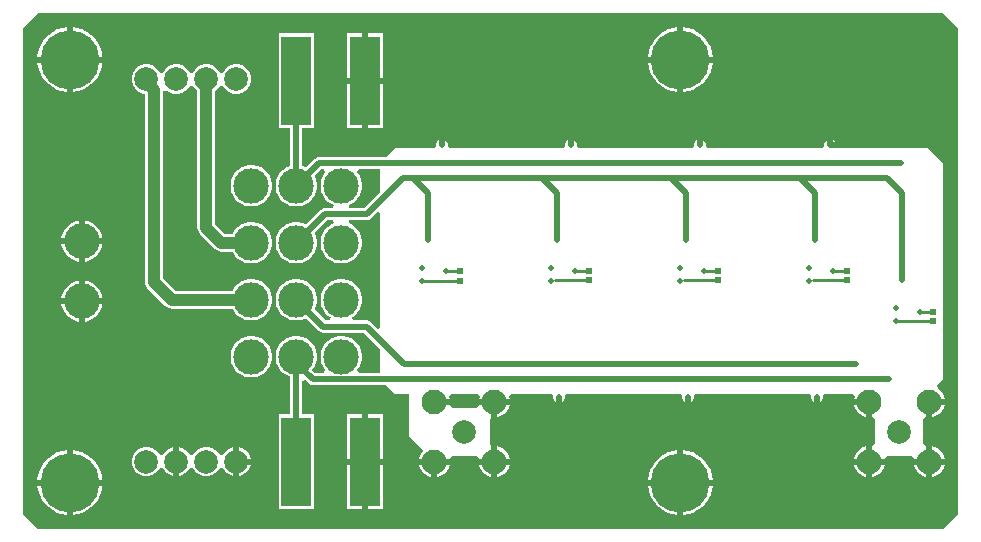
<source format=gbl>
G04*
G04 #@! TF.GenerationSoftware,Altium Limited,Altium Designer,22.10.1 (41)*
G04*
G04 Layer_Physical_Order=2*
G04 Layer_Color=16711680*
%FSLAX44Y44*%
%MOMM*%
G71*
G04*
G04 #@! TF.SameCoordinates,7D2A880A-0552-440C-8A1C-2383AA23BDA6*
G04*
G04*
G04 #@! TF.FilePolarity,Positive*
G04*
G01*
G75*
%ADD11C,0.2540*%
%ADD41C,0.5000*%
%ADD43C,0.5080*%
%ADD44C,1.0160*%
%ADD45C,3.0000*%
%ADD46C,5.0000*%
%ADD47C,2.0000*%
%ADD48C,2.1000*%
%ADD49C,0.5080*%
%ADD50R,2.5000X7.5000*%
%ADD51R,0.5200X0.5200*%
G36*
X751840Y384810D02*
Y-26670D01*
X739140Y-39370D01*
X-26670D01*
X-39370Y-26670D01*
Y384810D01*
X-26670Y397510D01*
X739140D01*
X751840Y384810D01*
D02*
G37*
%LPC*%
G36*
X519430Y385621D02*
Y360680D01*
X544371D01*
X543752Y364589D01*
X542412Y368712D01*
X540444Y372574D01*
X537896Y376081D01*
X534831Y379146D01*
X531324Y381694D01*
X527462Y383662D01*
X523339Y385002D01*
X519430Y385621D01*
D02*
G37*
G36*
X514350D02*
X510441Y385002D01*
X506318Y383662D01*
X502456Y381694D01*
X498949Y379146D01*
X495884Y376081D01*
X493336Y372574D01*
X491368Y368712D01*
X490028Y364589D01*
X489409Y360680D01*
X514350D01*
Y385621D01*
D02*
G37*
G36*
X2540D02*
Y360680D01*
X27481D01*
X26862Y364589D01*
X25522Y368712D01*
X23554Y372574D01*
X21006Y376081D01*
X17941Y379146D01*
X14434Y381694D01*
X10572Y383662D01*
X6449Y385002D01*
X2540Y385621D01*
D02*
G37*
G36*
X-2540D02*
X-6449Y385002D01*
X-10572Y383662D01*
X-14434Y381694D01*
X-17941Y379146D01*
X-21006Y376081D01*
X-23554Y372574D01*
X-25522Y368712D01*
X-26862Y364589D01*
X-27481Y360680D01*
X-2540D01*
Y385621D01*
D02*
G37*
G36*
X142621Y354170D02*
X139319D01*
X136130Y353315D01*
X133270Y351665D01*
X130935Y349330D01*
X129683Y347161D01*
X128930Y346947D01*
X127610D01*
X126857Y347161D01*
X125604Y349330D01*
X123270Y351665D01*
X120410Y353315D01*
X117221Y354170D01*
X113919D01*
X110730Y353315D01*
X107870Y351665D01*
X105535Y349330D01*
X104283Y347161D01*
X103530Y346947D01*
X102210D01*
X101457Y347161D01*
X100204Y349330D01*
X97870Y351665D01*
X95010Y353315D01*
X91821Y354170D01*
X88519D01*
X85330Y353315D01*
X82470Y351665D01*
X80135Y349330D01*
X78883Y347161D01*
X78130Y346947D01*
X76810D01*
X76057Y347161D01*
X74805Y349330D01*
X72470Y351665D01*
X69610Y353315D01*
X66421Y354170D01*
X63119D01*
X59930Y353315D01*
X57070Y351665D01*
X54735Y349330D01*
X53085Y346470D01*
X52230Y343281D01*
Y339979D01*
X53085Y336790D01*
X54735Y333930D01*
X57070Y331595D01*
X59930Y329945D01*
X63119Y329090D01*
X63434D01*
Y170180D01*
X63696Y168191D01*
X64464Y166337D01*
X65685Y164745D01*
X80925Y149505D01*
X82517Y148284D01*
X84371Y147516D01*
X86360Y147254D01*
X137868D01*
X138126Y146632D01*
X140046Y143759D01*
X142489Y141316D01*
X145362Y139396D01*
X148554Y138074D01*
X151943Y137400D01*
X155398D01*
X158786Y138074D01*
X161978Y139396D01*
X164851Y141316D01*
X167294Y143759D01*
X169214Y146632D01*
X170536Y149824D01*
X171210Y153212D01*
Y156667D01*
X170536Y160056D01*
X169214Y163248D01*
X167294Y166121D01*
X164851Y168564D01*
X161978Y170484D01*
X158786Y171806D01*
X155398Y172480D01*
X151943D01*
X148554Y171806D01*
X145362Y170484D01*
X142489Y168564D01*
X140046Y166121D01*
X138126Y163248D01*
X137868Y162626D01*
X89544D01*
X78806Y173364D01*
Y331668D01*
X81254Y332784D01*
X81280Y332785D01*
X82470Y331595D01*
X85330Y329945D01*
X88519Y329090D01*
X91821D01*
X95010Y329945D01*
X97870Y331595D01*
X100204Y333930D01*
X101457Y336099D01*
X102210Y336313D01*
X103530D01*
X104283Y336099D01*
X105535Y333930D01*
X107870Y331595D01*
X107884Y331587D01*
Y215900D01*
X108146Y213911D01*
X108914Y212057D01*
X110135Y210465D01*
X122835Y197765D01*
X124427Y196544D01*
X126281Y195776D01*
X128270Y195514D01*
X137868D01*
X138126Y194892D01*
X140046Y192019D01*
X142489Y189576D01*
X145362Y187656D01*
X148554Y186334D01*
X151943Y185660D01*
X155398D01*
X158786Y186334D01*
X161978Y187656D01*
X164851Y189576D01*
X167294Y192019D01*
X169214Y194892D01*
X170536Y198084D01*
X171210Y201472D01*
Y204928D01*
X170536Y208316D01*
X169214Y211508D01*
X167294Y214381D01*
X164851Y216824D01*
X161978Y218744D01*
X158786Y220066D01*
X155398Y220740D01*
X151943D01*
X148554Y220066D01*
X145362Y218744D01*
X142489Y216824D01*
X140046Y214381D01*
X138126Y211508D01*
X137868Y210886D01*
X131454D01*
X123256Y219084D01*
Y331587D01*
X123270Y331595D01*
X125604Y333930D01*
X126857Y336099D01*
X127610Y336313D01*
X128930D01*
X129683Y336099D01*
X130935Y333930D01*
X133270Y331595D01*
X136130Y329945D01*
X139319Y329090D01*
X142621D01*
X145810Y329945D01*
X148670Y331595D01*
X151004Y333930D01*
X152655Y336790D01*
X153510Y339979D01*
Y343281D01*
X152655Y346470D01*
X151004Y349330D01*
X148670Y351665D01*
X145810Y353315D01*
X142621Y354170D01*
D02*
G37*
G36*
X264810Y380400D02*
X252310D01*
Y342900D01*
X264810D01*
Y380400D01*
D02*
G37*
G36*
X247230D02*
X234730D01*
Y342900D01*
X247230D01*
Y380400D01*
D02*
G37*
G36*
X544371Y355600D02*
X519430D01*
Y330659D01*
X523339Y331278D01*
X527462Y332618D01*
X531324Y334586D01*
X534831Y337134D01*
X537896Y340199D01*
X540444Y343706D01*
X542412Y347568D01*
X543752Y351691D01*
X544371Y355600D01*
D02*
G37*
G36*
X514350D02*
X489409D01*
X490028Y351691D01*
X491368Y347568D01*
X493336Y343706D01*
X495884Y340199D01*
X498949Y337134D01*
X502456Y334586D01*
X506318Y332618D01*
X510441Y331278D01*
X514350Y330659D01*
Y355600D01*
D02*
G37*
G36*
X27481D02*
X2540D01*
Y330659D01*
X6449Y331278D01*
X10572Y332618D01*
X14434Y334586D01*
X17941Y337134D01*
X21006Y340199D01*
X23554Y343706D01*
X25522Y347568D01*
X26862Y351691D01*
X27481Y355600D01*
D02*
G37*
G36*
X-2540D02*
X-27481D01*
X-26862Y351691D01*
X-25522Y347568D01*
X-23554Y343706D01*
X-21006Y340199D01*
X-17941Y337134D01*
X-14434Y334586D01*
X-10572Y332618D01*
X-6449Y331278D01*
X-2540Y330659D01*
Y355600D01*
D02*
G37*
G36*
X264810Y337820D02*
X252310D01*
Y300320D01*
X264810D01*
Y337820D01*
D02*
G37*
G36*
X247230D02*
X234730D01*
Y300320D01*
X247230D01*
Y337820D01*
D02*
G37*
G36*
X646430Y290196D02*
Y288290D01*
X648336D01*
X648197Y288628D01*
X646768Y290057D01*
X646430Y290196D01*
D02*
G37*
G36*
X155398Y269000D02*
X151943D01*
X148554Y268326D01*
X145362Y267004D01*
X142489Y265084D01*
X140046Y262641D01*
X138126Y259768D01*
X136804Y256576D01*
X136130Y253188D01*
Y249732D01*
X136804Y246344D01*
X138126Y243152D01*
X140046Y240279D01*
X142489Y237836D01*
X145362Y235916D01*
X148554Y234594D01*
X151943Y233920D01*
X155398D01*
X158786Y234594D01*
X161978Y235916D01*
X164851Y237836D01*
X167294Y240279D01*
X169214Y243152D01*
X170536Y246344D01*
X171210Y249732D01*
Y253188D01*
X170536Y256576D01*
X169214Y259768D01*
X167294Y262641D01*
X164851Y265084D01*
X161978Y267004D01*
X158786Y268326D01*
X155398Y269000D01*
D02*
G37*
G36*
X12700Y221848D02*
Y207010D01*
X27538D01*
X27026Y209586D01*
X25704Y212778D01*
X23784Y215651D01*
X21341Y218094D01*
X18468Y220014D01*
X15276Y221336D01*
X12700Y221848D01*
D02*
G37*
G36*
X7620D02*
X5044Y221336D01*
X1852Y220014D01*
X-1021Y218094D01*
X-3464Y215651D01*
X-5384Y212778D01*
X-6706Y209586D01*
X-7218Y207010D01*
X7620D01*
Y221848D01*
D02*
G37*
G36*
X27538Y201930D02*
X12700D01*
Y187092D01*
X15276Y187604D01*
X18468Y188926D01*
X21341Y190846D01*
X23784Y193289D01*
X25704Y196162D01*
X27026Y199354D01*
X27538Y201930D01*
D02*
G37*
G36*
X7620D02*
X-7218D01*
X-6706Y199354D01*
X-5384Y196162D01*
X-3464Y193289D01*
X-1021Y190846D01*
X1852Y188926D01*
X5044Y187604D01*
X7620Y187092D01*
Y201930D01*
D02*
G37*
G36*
X12700Y171048D02*
Y156210D01*
X27538D01*
X27026Y158786D01*
X25704Y161978D01*
X23784Y164851D01*
X21341Y167294D01*
X18468Y169214D01*
X15276Y170536D01*
X12700Y171048D01*
D02*
G37*
G36*
X7620D02*
X5044Y170536D01*
X1852Y169214D01*
X-1021Y167294D01*
X-3464Y164851D01*
X-5384Y161978D01*
X-6706Y158786D01*
X-7218Y156210D01*
X7620D01*
Y171048D01*
D02*
G37*
G36*
X27538Y151130D02*
X12700D01*
Y136292D01*
X15276Y136804D01*
X18468Y138126D01*
X21341Y140046D01*
X23784Y142489D01*
X25704Y145362D01*
X27026Y148554D01*
X27538Y151130D01*
D02*
G37*
G36*
X7620D02*
X-7218D01*
X-6706Y148554D01*
X-5384Y145362D01*
X-3464Y142489D01*
X-1021Y140046D01*
X1852Y138126D01*
X5044Y136804D01*
X7620Y136292D01*
Y151130D01*
D02*
G37*
G36*
X206810Y380400D02*
X176730D01*
Y300320D01*
X186590D01*
Y268300D01*
X183462Y267004D01*
X180589Y265084D01*
X178146Y262641D01*
X176226Y259768D01*
X174904Y256576D01*
X174230Y253188D01*
Y249732D01*
X174904Y246344D01*
X176226Y243152D01*
X178146Y240279D01*
X180589Y237836D01*
X183462Y235916D01*
X186654Y234594D01*
X190042Y233920D01*
X193498D01*
X196886Y234594D01*
X200078Y235916D01*
X202951Y237836D01*
X205394Y240279D01*
X207314Y243152D01*
X208636Y246344D01*
X209310Y249732D01*
Y253188D01*
X208636Y256576D01*
X207340Y259705D01*
X212965Y265331D01*
X215343D01*
X216395Y262791D01*
X216246Y262641D01*
X214326Y259768D01*
X213004Y256576D01*
X212330Y253188D01*
Y249732D01*
X213004Y246344D01*
X214326Y243152D01*
X216246Y240279D01*
X218689Y237836D01*
X221562Y235916D01*
X223654Y235049D01*
X223149Y232509D01*
X215900D01*
X213918Y232115D01*
X212237Y230993D01*
X200015Y218770D01*
X196886Y220066D01*
X193498Y220740D01*
X190042D01*
X186654Y220066D01*
X183462Y218744D01*
X180589Y216824D01*
X178146Y214381D01*
X176226Y211508D01*
X174904Y208316D01*
X174230Y204928D01*
Y201472D01*
X174904Y198084D01*
X176226Y194892D01*
X178146Y192019D01*
X180589Y189576D01*
X183462Y187656D01*
X186654Y186334D01*
X190042Y185660D01*
X193498D01*
X196886Y186334D01*
X200078Y187656D01*
X202951Y189576D01*
X205394Y192019D01*
X207314Y194892D01*
X208636Y198084D01*
X209310Y201472D01*
Y204928D01*
X208636Y208316D01*
X207340Y211445D01*
X218045Y222150D01*
X223149D01*
X223654Y219611D01*
X221562Y218744D01*
X218689Y216824D01*
X216246Y214381D01*
X214326Y211508D01*
X213004Y208316D01*
X212330Y204928D01*
Y201472D01*
X213004Y198084D01*
X214326Y194892D01*
X216246Y192019D01*
X218689Y189576D01*
X221562Y187656D01*
X224754Y186334D01*
X228143Y185660D01*
X231597D01*
X234986Y186334D01*
X238178Y187656D01*
X241051Y189576D01*
X243494Y192019D01*
X245414Y194892D01*
X246736Y198084D01*
X247410Y201472D01*
Y204928D01*
X246736Y208316D01*
X245414Y211508D01*
X243494Y214381D01*
X241051Y216824D01*
X238178Y218744D01*
X236086Y219611D01*
X236591Y222150D01*
X251460D01*
X253442Y222545D01*
X255123Y223668D01*
X260543Y229088D01*
X262890Y228116D01*
Y131294D01*
X260543Y130322D01*
X255123Y135743D01*
X253442Y136865D01*
X251460Y137260D01*
X239465D01*
X238782Y139799D01*
X241051Y141316D01*
X243494Y143759D01*
X245414Y146632D01*
X246736Y149824D01*
X247410Y153212D01*
Y156667D01*
X246736Y160056D01*
X245414Y163248D01*
X243494Y166121D01*
X241051Y168564D01*
X238178Y170484D01*
X234986Y171806D01*
X231597Y172480D01*
X228143D01*
X224754Y171806D01*
X221562Y170484D01*
X218689Y168564D01*
X216246Y166121D01*
X214326Y163248D01*
X213004Y160056D01*
X212330Y156667D01*
Y153212D01*
X213004Y149824D01*
X214326Y146632D01*
X216246Y143759D01*
X218689Y141316D01*
X220958Y139799D01*
X220275Y137260D01*
X216775D01*
X207340Y146695D01*
X208636Y149824D01*
X209310Y153212D01*
Y156667D01*
X208636Y160056D01*
X207314Y163248D01*
X205394Y166121D01*
X202951Y168564D01*
X200078Y170484D01*
X196886Y171806D01*
X193498Y172480D01*
X190042D01*
X186654Y171806D01*
X183462Y170484D01*
X180589Y168564D01*
X178146Y166121D01*
X176226Y163248D01*
X174904Y160056D01*
X174230Y156667D01*
Y153212D01*
X174904Y149824D01*
X176226Y146632D01*
X178146Y143759D01*
X180589Y141316D01*
X183462Y139396D01*
X186654Y138074D01*
X190042Y137400D01*
X193498D01*
X196886Y138074D01*
X200015Y139370D01*
X210968Y128418D01*
X212648Y127295D01*
X214630Y126901D01*
X249315D01*
X262890Y113325D01*
Y92809D01*
X244397D01*
X243345Y95350D01*
X243494Y95499D01*
X245414Y98372D01*
X246736Y101564D01*
X247410Y104952D01*
Y108407D01*
X246736Y111796D01*
X245414Y114988D01*
X243494Y117861D01*
X241051Y120304D01*
X238178Y122224D01*
X234986Y123546D01*
X231597Y124220D01*
X228143D01*
X224754Y123546D01*
X221562Y122224D01*
X218689Y120304D01*
X216246Y117861D01*
X214326Y114988D01*
X213004Y111796D01*
X212330Y108407D01*
Y104952D01*
X213004Y101564D01*
X214326Y98372D01*
X216246Y95499D01*
X216395Y95350D01*
X215343Y92809D01*
X207885D01*
X205295Y95400D01*
X205394Y95499D01*
X207314Y98372D01*
X208636Y101564D01*
X209310Y104952D01*
Y108407D01*
X208636Y111796D01*
X207314Y114988D01*
X205394Y117861D01*
X202951Y120304D01*
X200078Y122224D01*
X196886Y123546D01*
X193498Y124220D01*
X190042D01*
X186654Y123546D01*
X183462Y122224D01*
X180589Y120304D01*
X178146Y117861D01*
X176226Y114988D01*
X174904Y111796D01*
X174230Y108407D01*
Y104952D01*
X174904Y101564D01*
X176226Y98372D01*
X178146Y95499D01*
X180589Y93056D01*
X183462Y91136D01*
X186590Y89840D01*
Y57820D01*
X176730D01*
Y-22260D01*
X206810D01*
Y57820D01*
X196950D01*
Y85777D01*
X199296Y86749D01*
X202078Y83968D01*
X202078Y83968D01*
X203758Y82845D01*
X205740Y82451D01*
X268069D01*
X275590Y74930D01*
X286921D01*
Y63500D01*
X287020Y63401D01*
Y39370D01*
X299083Y26694D01*
X298175Y25787D01*
X296459Y22813D01*
X295791Y20320D01*
X308610D01*
X321429D01*
X323378Y22860D01*
X344642D01*
X346591Y20320D01*
X356870D01*
Y31371D01*
X355600Y32345D01*
Y54015D01*
X356870Y54989D01*
Y66040D01*
X346591D01*
X344642Y63500D01*
X323378D01*
X321429Y66040D01*
X308610D01*
Y71120D01*
X321429D01*
X321089Y72390D01*
X322709Y74930D01*
X345311D01*
X346931Y72390D01*
X346591Y71120D01*
X359410D01*
X372229D01*
X371889Y72390D01*
X373509Y74930D01*
X407918D01*
X408940Y73400D01*
Y71379D01*
X409713Y69512D01*
X411142Y68083D01*
X411480Y67944D01*
Y72390D01*
X416560D01*
Y67944D01*
X416898Y68083D01*
X418327Y69512D01*
X419100Y71379D01*
Y73400D01*
X420122Y74930D01*
X517138D01*
X518160Y73400D01*
Y71379D01*
X518933Y69512D01*
X520362Y68083D01*
X520700Y67944D01*
Y72390D01*
X525780D01*
Y67944D01*
X526118Y68083D01*
X527547Y69512D01*
X528320Y71379D01*
Y73400D01*
X529342Y74930D01*
X626358D01*
X627380Y73400D01*
Y71379D01*
X628153Y69512D01*
X629582Y68083D01*
X629920Y67944D01*
Y72390D01*
X635000D01*
Y67944D01*
X635338Y68083D01*
X636767Y69512D01*
X637540Y71379D01*
Y73400D01*
X638562Y74930D01*
X662811D01*
X664431Y72390D01*
X664091Y71120D01*
X676910D01*
Y68580D01*
X679450D01*
Y55761D01*
X681990Y53812D01*
Y32548D01*
X679450Y30599D01*
Y20320D01*
X689729D01*
X691678Y22860D01*
X712942D01*
X714891Y20320D01*
X725170D01*
Y30599D01*
X722630Y32548D01*
Y53812D01*
X725170Y55761D01*
Y68580D01*
X727710D01*
Y71120D01*
X740529D01*
X739861Y73613D01*
X738145Y76587D01*
X735717Y79015D01*
X734702Y79600D01*
X734285Y82774D01*
X739140Y87630D01*
Y270510D01*
X726440Y283210D01*
X643890D01*
Y285750D01*
X641350D01*
Y290196D01*
X641012Y290057D01*
X639583Y288628D01*
X638810Y286761D01*
Y284740D01*
X637788Y283210D01*
X539502D01*
X538480Y284740D01*
Y286761D01*
X537707Y288628D01*
X536278Y290057D01*
X535940Y290196D01*
Y285750D01*
X530860D01*
Y290196D01*
X530522Y290057D01*
X529093Y288628D01*
X528320Y286761D01*
Y284740D01*
X527298Y283210D01*
X430282D01*
X429260Y284740D01*
Y286761D01*
X428487Y288628D01*
X427058Y290057D01*
X426720Y290196D01*
Y285750D01*
X421640D01*
Y290196D01*
X421302Y290057D01*
X419873Y288628D01*
X419100Y286761D01*
Y284740D01*
X418078Y283210D01*
X321062D01*
X320040Y284740D01*
Y286761D01*
X319267Y288628D01*
X317838Y290057D01*
X317500Y290196D01*
Y285750D01*
X312420D01*
Y290196D01*
X312082Y290057D01*
X310653Y288628D01*
X309880Y286761D01*
Y284740D01*
X308858Y283210D01*
X275590D01*
X268069Y275690D01*
X210820D01*
X208838Y275295D01*
X207157Y274172D01*
X200015Y267030D01*
X196950Y268300D01*
Y300320D01*
X206810D01*
Y380400D01*
D02*
G37*
G36*
X155398Y124220D02*
X151943D01*
X148554Y123546D01*
X145362Y122224D01*
X142489Y120304D01*
X140046Y117861D01*
X138126Y114988D01*
X136804Y111796D01*
X136130Y108407D01*
Y104952D01*
X136804Y101564D01*
X138126Y98372D01*
X140046Y95499D01*
X142489Y93056D01*
X145362Y91136D01*
X148554Y89814D01*
X151943Y89140D01*
X155398D01*
X158786Y89814D01*
X161978Y91136D01*
X164851Y93056D01*
X167294Y95499D01*
X169214Y98372D01*
X170536Y101564D01*
X171210Y104952D01*
Y108407D01*
X170536Y111796D01*
X169214Y114988D01*
X167294Y117861D01*
X164851Y120304D01*
X161978Y122224D01*
X158786Y123546D01*
X155398Y124220D01*
D02*
G37*
G36*
X740529Y66040D02*
X730250D01*
Y55761D01*
X732743Y56429D01*
X735717Y58145D01*
X738145Y60573D01*
X739861Y63547D01*
X740529Y66040D01*
D02*
G37*
G36*
X372229D02*
X361950D01*
Y55761D01*
X364443Y56429D01*
X367417Y58145D01*
X369845Y60573D01*
X371561Y63547D01*
X372229Y66040D01*
D02*
G37*
G36*
X674370D02*
X664091D01*
X664759Y63547D01*
X666475Y60573D01*
X668903Y58145D01*
X671877Y56429D01*
X674370Y55761D01*
Y66040D01*
D02*
G37*
G36*
X117221Y30320D02*
X113919D01*
X110730Y29465D01*
X107870Y27815D01*
X105535Y25480D01*
X104283Y23311D01*
X103530Y23097D01*
X102210D01*
X101457Y23311D01*
X100204Y25480D01*
X97870Y27815D01*
X95010Y29465D01*
X92710Y30082D01*
Y17780D01*
Y5478D01*
X95010Y6095D01*
X97870Y7746D01*
X100204Y10080D01*
X101457Y12249D01*
X102210Y12463D01*
X103530D01*
X104283Y12249D01*
X105535Y10080D01*
X107870Y7746D01*
X110730Y6095D01*
X113919Y5240D01*
X117221D01*
X120410Y6095D01*
X123270Y7746D01*
X125604Y10080D01*
X126857Y12249D01*
X127610Y12463D01*
X128930D01*
X129683Y12249D01*
X130935Y10080D01*
X133270Y7746D01*
X136130Y6095D01*
X138430Y5478D01*
Y17780D01*
Y30082D01*
X136130Y29465D01*
X133270Y27815D01*
X130935Y25480D01*
X129683Y23311D01*
X128930Y23097D01*
X127610D01*
X126857Y23311D01*
X125604Y25480D01*
X123270Y27815D01*
X120410Y29465D01*
X117221Y30320D01*
D02*
G37*
G36*
X730250Y30599D02*
Y20320D01*
X740529D01*
X739861Y22813D01*
X738145Y25787D01*
X735717Y28215D01*
X732743Y29931D01*
X730250Y30599D01*
D02*
G37*
G36*
X361950D02*
Y20320D01*
X372229D01*
X371561Y22813D01*
X369845Y25787D01*
X367417Y28215D01*
X364443Y29931D01*
X361950Y30599D01*
D02*
G37*
G36*
X264810Y57820D02*
X252310D01*
Y20320D01*
X264810D01*
Y57820D01*
D02*
G37*
G36*
X143510Y30082D02*
Y20320D01*
X153272D01*
X152655Y22620D01*
X151004Y25480D01*
X148670Y27815D01*
X145810Y29465D01*
X143510Y30082D01*
D02*
G37*
G36*
X674370Y30599D02*
X671877Y29931D01*
X668903Y28215D01*
X666475Y25787D01*
X664759Y22813D01*
X664091Y20320D01*
X674370D01*
Y30599D01*
D02*
G37*
G36*
X247230Y57820D02*
X234730D01*
Y20320D01*
X247230D01*
Y57820D01*
D02*
G37*
G36*
X153272Y15240D02*
X143510D01*
Y5478D01*
X145810Y6095D01*
X148670Y7746D01*
X151004Y10080D01*
X152655Y12940D01*
X153272Y15240D01*
D02*
G37*
G36*
X66421Y30320D02*
X63119D01*
X59930Y29465D01*
X57070Y27815D01*
X54735Y25480D01*
X53085Y22620D01*
X52230Y19431D01*
Y16129D01*
X53085Y12940D01*
X54735Y10080D01*
X57070Y7746D01*
X59930Y6095D01*
X63119Y5240D01*
X66421D01*
X69610Y6095D01*
X72470Y7746D01*
X74805Y10080D01*
X76057Y12249D01*
X76810Y12463D01*
X78130D01*
X78883Y12249D01*
X80135Y10080D01*
X82470Y7746D01*
X85330Y6095D01*
X87630Y5478D01*
Y17780D01*
Y30082D01*
X85330Y29465D01*
X82470Y27815D01*
X80135Y25480D01*
X78883Y23311D01*
X78130Y23097D01*
X76810D01*
X76057Y23311D01*
X74805Y25480D01*
X72470Y27815D01*
X69610Y29465D01*
X66421Y30320D01*
D02*
G37*
G36*
X740529Y15240D02*
X730250D01*
Y4961D01*
X732743Y5629D01*
X735717Y7345D01*
X738145Y9773D01*
X739861Y12747D01*
X740529Y15240D01*
D02*
G37*
G36*
X689729D02*
X679450D01*
Y4961D01*
X681943Y5629D01*
X684917Y7345D01*
X687345Y9773D01*
X689061Y12747D01*
X689729Y15240D01*
D02*
G37*
G36*
X372229D02*
X361950D01*
Y4961D01*
X364443Y5629D01*
X367417Y7345D01*
X369845Y9773D01*
X371561Y12747D01*
X372229Y15240D01*
D02*
G37*
G36*
X321429D02*
X311150D01*
Y4961D01*
X313643Y5629D01*
X316617Y7345D01*
X319045Y9773D01*
X320761Y12747D01*
X321429Y15240D01*
D02*
G37*
G36*
X674370D02*
X664091D01*
X664759Y12747D01*
X666475Y9773D01*
X668903Y7345D01*
X671877Y5629D01*
X674370Y4961D01*
Y15240D01*
D02*
G37*
G36*
X356870D02*
X346591D01*
X347259Y12747D01*
X348975Y9773D01*
X351403Y7345D01*
X354377Y5629D01*
X356870Y4961D01*
Y15240D01*
D02*
G37*
G36*
X306070D02*
X295791D01*
X296459Y12747D01*
X298175Y9773D01*
X300603Y7345D01*
X303577Y5629D01*
X306070Y4961D01*
Y15240D01*
D02*
G37*
G36*
X725170D02*
X714891D01*
X715559Y12747D01*
X717275Y9773D01*
X719703Y7345D01*
X722677Y5629D01*
X725170Y4961D01*
Y15240D01*
D02*
G37*
G36*
X519430Y27481D02*
Y2540D01*
X544371D01*
X543752Y6449D01*
X542412Y10572D01*
X540444Y14434D01*
X537896Y17941D01*
X534831Y21006D01*
X531324Y23554D01*
X527462Y25522D01*
X523339Y26862D01*
X519430Y27481D01*
D02*
G37*
G36*
X514350D02*
X510441Y26862D01*
X506318Y25522D01*
X502456Y23554D01*
X498949Y21006D01*
X495884Y17941D01*
X493336Y14434D01*
X491368Y10572D01*
X490028Y6449D01*
X489409Y2540D01*
X514350D01*
Y27481D01*
D02*
G37*
G36*
X2540D02*
Y2540D01*
X27481D01*
X26862Y6449D01*
X25522Y10572D01*
X23554Y14434D01*
X21006Y17941D01*
X17941Y21006D01*
X14434Y23554D01*
X10572Y25522D01*
X6449Y26862D01*
X2540Y27481D01*
D02*
G37*
G36*
X-2540D02*
X-6449Y26862D01*
X-10572Y25522D01*
X-14434Y23554D01*
X-17941Y21006D01*
X-21006Y17941D01*
X-23554Y14434D01*
X-25522Y10572D01*
X-26862Y6449D01*
X-27481Y2540D01*
X-2540D01*
Y27481D01*
D02*
G37*
G36*
X264810Y15240D02*
X252310D01*
Y-22260D01*
X264810D01*
Y15240D01*
D02*
G37*
G36*
X247230D02*
X234730D01*
Y-22260D01*
X247230D01*
Y15240D01*
D02*
G37*
G36*
X544371Y-2540D02*
X519430D01*
Y-27481D01*
X523339Y-26862D01*
X527462Y-25522D01*
X531324Y-23554D01*
X534831Y-21006D01*
X537896Y-17941D01*
X540444Y-14434D01*
X542412Y-10572D01*
X543752Y-6449D01*
X544371Y-2540D01*
D02*
G37*
G36*
X514350D02*
X489409D01*
X490028Y-6449D01*
X491368Y-10572D01*
X493336Y-14434D01*
X495884Y-17941D01*
X498949Y-21006D01*
X502456Y-23554D01*
X506318Y-25522D01*
X510441Y-26862D01*
X514350Y-27481D01*
Y-2540D01*
D02*
G37*
G36*
X27481D02*
X2540D01*
Y-27481D01*
X6449Y-26862D01*
X10572Y-25522D01*
X14434Y-23554D01*
X17941Y-21006D01*
X21006Y-17941D01*
X23554Y-14434D01*
X25522Y-10572D01*
X26862Y-6449D01*
X27481Y-2540D01*
D02*
G37*
G36*
X-2540D02*
X-27481D01*
X-26862Y-6449D01*
X-25522Y-10572D01*
X-23554Y-14434D01*
X-21006Y-17941D01*
X-17941Y-21006D01*
X-14434Y-23554D01*
X-10572Y-25522D01*
X-6449Y-26862D01*
X-2540Y-27481D01*
Y-2540D01*
D02*
G37*
%LPD*%
G36*
X262890Y246085D02*
X249315Y232509D01*
X236591D01*
X236086Y235049D01*
X238178Y235916D01*
X241051Y237836D01*
X243494Y240279D01*
X245414Y243152D01*
X246736Y246344D01*
X247410Y249732D01*
Y253188D01*
X246736Y256576D01*
X245414Y259768D01*
X243494Y262641D01*
X243345Y262791D01*
X244397Y265331D01*
X262890D01*
Y246085D01*
D02*
G37*
D11*
X646600Y179260D02*
X657860D01*
X646390Y179050D02*
X646600Y179260D01*
X629340Y171260D02*
X657860D01*
X537380Y179260D02*
X548640D01*
X537170Y179050D02*
X537380Y179260D01*
X520120Y171260D02*
X548640D01*
X298450Y171100D02*
X330200D01*
X720080Y144770D02*
X731180D01*
X720070Y144760D02*
X720080Y144770D01*
X731180D02*
X731190Y144780D01*
X699440Y136740D02*
X699770D01*
X699810Y136780D01*
X731190D01*
X410900Y171260D02*
X439420D01*
X427950Y179050D02*
X428160Y179260D01*
X439420D01*
X318770Y178910D02*
X318865Y179005D01*
X330105D01*
D41*
X699770Y147740D02*
D03*
Y136740D02*
D03*
X298450Y171030D02*
D03*
Y182030D02*
D03*
X407670Y171030D02*
D03*
Y182030D02*
D03*
X516890Y171030D02*
D03*
Y182030D02*
D03*
X626110Y171030D02*
D03*
Y182030D02*
D03*
D43*
X210820Y270510D02*
X417830D01*
X191770Y251460D02*
X210820Y270510D01*
X417830D02*
X527050D01*
X191770Y101600D02*
X205740Y87630D01*
X317500D01*
X426720D01*
X535940D01*
X693420D01*
X283210Y100330D02*
X665480D01*
X191770Y251460D02*
Y340360D01*
X631190Y205740D02*
Y245110D01*
X521970Y205740D02*
Y245110D01*
X412750Y205740D02*
Y245110D01*
X704850Y171450D02*
Y245110D01*
X303530Y205740D02*
Y245110D01*
X290830Y257810D02*
X303530Y245110D01*
X629920Y270510D02*
X703580D01*
X527050D02*
X629920D01*
X191770Y17780D02*
Y101600D01*
Y106680D01*
X618490Y257810D02*
X692150D01*
X704850Y245110D01*
X251460Y132080D02*
X283210Y100330D01*
X214630Y132080D02*
X251460D01*
X281940Y257810D02*
X290830D01*
X400050D01*
X412750Y245110D01*
X400050Y257810D02*
X509270D01*
X618490D01*
X509270D02*
X521970Y245110D01*
X618490Y257810D02*
X631190Y245110D01*
X251460Y227330D02*
X281940Y257810D01*
X215900Y227330D02*
X251460D01*
X191770Y203200D02*
X215900Y227330D01*
X191770Y154940D02*
X214630Y132080D01*
D44*
X86360Y154940D02*
X153670D01*
X71120Y170180D02*
Y332617D01*
Y170180D02*
X86360Y154940D01*
X64770Y338967D02*
Y341630D01*
Y338967D02*
X71120Y332617D01*
X115570Y215900D02*
X128270Y203200D01*
X115570Y215900D02*
Y341630D01*
X128270Y203200D02*
X153670D01*
D45*
X10160Y153670D02*
D03*
Y204470D02*
D03*
X229870Y251460D02*
D03*
X191770D02*
D03*
X153670D02*
D03*
X229870Y203200D02*
D03*
X191770D02*
D03*
X153670D02*
D03*
X229870Y154940D02*
D03*
X191770D02*
D03*
X153670D02*
D03*
X229870Y106680D02*
D03*
X191770D02*
D03*
X153670D02*
D03*
D46*
X516890Y358140D02*
D03*
X0D02*
D03*
Y0D02*
D03*
X516890D02*
D03*
D47*
X702310Y43180D02*
D03*
X140970Y17780D02*
D03*
X115570D02*
D03*
X90170D02*
D03*
X64770D02*
D03*
X334010Y43180D02*
D03*
X140970Y341630D02*
D03*
X115570D02*
D03*
X90170D02*
D03*
X64770D02*
D03*
D48*
X676910Y17780D02*
D03*
Y68580D02*
D03*
X727710D02*
D03*
Y17780D02*
D03*
X308610D02*
D03*
Y68580D02*
D03*
X359410D02*
D03*
Y17780D02*
D03*
D49*
X646390Y179050D02*
D03*
X537170D02*
D03*
X273050Y270510D02*
D03*
X308610D02*
D03*
X414020Y72390D02*
D03*
X314960Y285750D02*
D03*
X424180D02*
D03*
X533400D02*
D03*
X643890D02*
D03*
X632460Y72390D02*
D03*
X523240D02*
D03*
X665480Y100330D02*
D03*
X693420Y87630D02*
D03*
X720070Y144760D02*
D03*
X535940Y87630D02*
D03*
X645160D02*
D03*
X426720D02*
D03*
X317500D02*
D03*
X631190Y205740D02*
D03*
X521970D02*
D03*
X412750D02*
D03*
X527050Y270510D02*
D03*
X417830D02*
D03*
X703580D02*
D03*
X303530Y205740D02*
D03*
X427950Y179050D02*
D03*
X318770Y178910D02*
D03*
X704850Y171450D02*
D03*
X629920Y270510D02*
D03*
D50*
X249770Y340360D02*
D03*
X191770D02*
D03*
Y17780D02*
D03*
X249770D02*
D03*
D51*
X548640Y171260D02*
D03*
Y179260D02*
D03*
X731190Y136780D02*
D03*
Y144780D02*
D03*
X657860Y179260D02*
D03*
Y171260D02*
D03*
X330200Y171100D02*
D03*
Y179100D02*
D03*
X439420Y171260D02*
D03*
Y179260D02*
D03*
M02*

</source>
